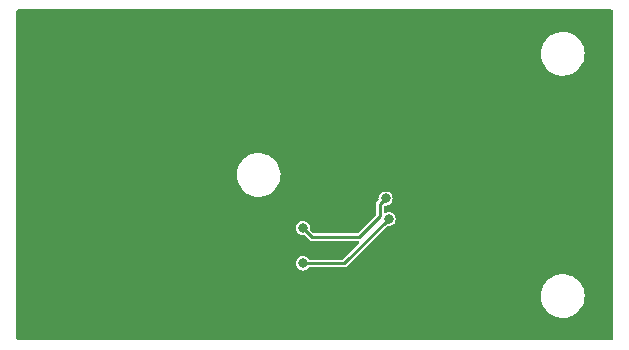
<source format=gbr>
%TF.GenerationSoftware,KiCad,Pcbnew,(6.0.4)*%
%TF.CreationDate,2022-10-31T11:49:10-04:00*%
%TF.ProjectId,switcher board,73776974-6368-4657-9220-626f6172642e,rev?*%
%TF.SameCoordinates,Original*%
%TF.FileFunction,Copper,L2,Bot*%
%TF.FilePolarity,Positive*%
%FSLAX46Y46*%
G04 Gerber Fmt 4.6, Leading zero omitted, Abs format (unit mm)*
G04 Created by KiCad (PCBNEW (6.0.4)) date 2022-10-31 11:49:10*
%MOMM*%
%LPD*%
G01*
G04 APERTURE LIST*
%TA.AperFunction,ViaPad*%
%ADD10C,0.800000*%
%TD*%
%TA.AperFunction,Conductor*%
%ADD11C,0.250000*%
%TD*%
G04 APERTURE END LIST*
D10*
%TO.N,GND*%
X151746634Y-91997651D03*
X151750000Y-93000000D03*
X150746634Y-91997651D03*
X150750000Y-93000000D03*
X149746634Y-91997651D03*
X149750000Y-93000000D03*
X149500000Y-108250000D03*
X150250000Y-107500000D03*
X148750000Y-107500000D03*
X149500000Y-106750000D03*
X148750000Y-93000000D03*
X148746634Y-91997651D03*
%TO.N,Net-(Q1-Pad4)*%
X165000000Y-104250000D03*
X157750000Y-108000000D03*
%TO.N,Net-(Q1-Pad2)*%
X164750000Y-102500000D03*
X157750000Y-105000000D03*
%TO.N,GND*%
X162000000Y-100250000D03*
X161000000Y-100250000D03*
X162000000Y-104500000D03*
X161000000Y-104500000D03*
X161500000Y-103750000D03*
X161996044Y-102995965D03*
X161000000Y-103000000D03*
X162000000Y-101750000D03*
X161000000Y-101750000D03*
X161500000Y-101000000D03*
%TD*%
D11*
%TO.N,Net-(Q1-Pad4)*%
X161250000Y-108000000D02*
X157750000Y-108000000D01*
X165000000Y-104250000D02*
X161250000Y-108000000D01*
%TO.N,Net-(Q1-Pad2)*%
X164275499Y-102974501D02*
X164750000Y-102500000D01*
X164275499Y-103974501D02*
X164275499Y-102974501D01*
X162500000Y-105750000D02*
X164275499Y-103974501D01*
X157750000Y-105000000D02*
X158500000Y-105750000D01*
X158500000Y-105750000D02*
X162500000Y-105750000D01*
%TD*%
%TA.AperFunction,Conductor*%
%TO.N,GND*%
G36*
X183942121Y-86520002D02*
G01*
X183988614Y-86573658D01*
X184000000Y-86626000D01*
X184000000Y-114374000D01*
X183979998Y-114442121D01*
X183926342Y-114488614D01*
X183874000Y-114500000D01*
X133626000Y-114500000D01*
X133557879Y-114479998D01*
X133511386Y-114426342D01*
X133500000Y-114374000D01*
X133500000Y-110792095D01*
X177895028Y-110792095D01*
X177920534Y-111059431D01*
X177984364Y-111320285D01*
X178085182Y-111569192D01*
X178220875Y-111800938D01*
X178223728Y-111804505D01*
X178335225Y-111943925D01*
X178388601Y-112010669D01*
X178584846Y-112193991D01*
X178677039Y-112257948D01*
X178801746Y-112344461D01*
X178801751Y-112344464D01*
X178805499Y-112347064D01*
X178809584Y-112349096D01*
X178809587Y-112349098D01*
X178925719Y-112406872D01*
X179045938Y-112466680D01*
X179050272Y-112468101D01*
X179050275Y-112468102D01*
X179296793Y-112548915D01*
X179296798Y-112548916D01*
X179301126Y-112550335D01*
X179305617Y-112551115D01*
X179305618Y-112551115D01*
X179561936Y-112595620D01*
X179561944Y-112595621D01*
X179565717Y-112596276D01*
X179569554Y-112596467D01*
X179648996Y-112600422D01*
X179649004Y-112600422D01*
X179650567Y-112600500D01*
X179818223Y-112600500D01*
X179820491Y-112600335D01*
X179820503Y-112600335D01*
X179950823Y-112590879D01*
X180017846Y-112586016D01*
X180022301Y-112585032D01*
X180022304Y-112585032D01*
X180275620Y-112529105D01*
X180275624Y-112529104D01*
X180280080Y-112528120D01*
X180447617Y-112464646D01*
X180526941Y-112434593D01*
X180526944Y-112434592D01*
X180531211Y-112432975D01*
X180765976Y-112302574D01*
X180908254Y-112193991D01*
X180975833Y-112142417D01*
X180975837Y-112142413D01*
X180979458Y-112139650D01*
X181167185Y-111947614D01*
X181325225Y-111730491D01*
X181412313Y-111564963D01*
X181448140Y-111496868D01*
X181448143Y-111496862D01*
X181450265Y-111492828D01*
X181509703Y-111324515D01*
X181538165Y-111243916D01*
X181538165Y-111243915D01*
X181539688Y-111239603D01*
X181591620Y-110976122D01*
X181591847Y-110971566D01*
X181604745Y-110712474D01*
X181604745Y-110712468D01*
X181604972Y-110707905D01*
X181579466Y-110440569D01*
X181515636Y-110179715D01*
X181414818Y-109930808D01*
X181279125Y-109699062D01*
X181168211Y-109560371D01*
X181114251Y-109492897D01*
X181114250Y-109492895D01*
X181111399Y-109489331D01*
X180915154Y-109306009D01*
X180755436Y-109195208D01*
X180698254Y-109155539D01*
X180698249Y-109155536D01*
X180694501Y-109152936D01*
X180690416Y-109150904D01*
X180690413Y-109150902D01*
X180518560Y-109065407D01*
X180454062Y-109033320D01*
X180449728Y-109031899D01*
X180449725Y-109031898D01*
X180203207Y-108951085D01*
X180203202Y-108951084D01*
X180198874Y-108949665D01*
X180194382Y-108948885D01*
X179938064Y-108904380D01*
X179938056Y-108904379D01*
X179934283Y-108903724D01*
X179925622Y-108903293D01*
X179851004Y-108899578D01*
X179850996Y-108899578D01*
X179849433Y-108899500D01*
X179681777Y-108899500D01*
X179679509Y-108899665D01*
X179679497Y-108899665D01*
X179549177Y-108909121D01*
X179482154Y-108913984D01*
X179477699Y-108914968D01*
X179477696Y-108914968D01*
X179224380Y-108970895D01*
X179224376Y-108970896D01*
X179219920Y-108971880D01*
X179094355Y-109019452D01*
X178973059Y-109065407D01*
X178973056Y-109065408D01*
X178968789Y-109067025D01*
X178734024Y-109197426D01*
X178730392Y-109200198D01*
X178524167Y-109357583D01*
X178524163Y-109357587D01*
X178520542Y-109360350D01*
X178332815Y-109552386D01*
X178174775Y-109769509D01*
X178172651Y-109773547D01*
X178051860Y-110003132D01*
X178051857Y-110003138D01*
X178049735Y-110007172D01*
X178048215Y-110011477D01*
X178048213Y-110011481D01*
X177988804Y-110179715D01*
X177960312Y-110260397D01*
X177908380Y-110523878D01*
X177908153Y-110528431D01*
X177908153Y-110528434D01*
X177898992Y-110712474D01*
X177895028Y-110792095D01*
X133500000Y-110792095D01*
X133500000Y-108000000D01*
X157144318Y-108000000D01*
X157164956Y-108156762D01*
X157225464Y-108302841D01*
X157321718Y-108428282D01*
X157447159Y-108524536D01*
X157593238Y-108585044D01*
X157750000Y-108605682D01*
X157758188Y-108604604D01*
X157898574Y-108586122D01*
X157906762Y-108585044D01*
X158052841Y-108524536D01*
X158178282Y-108428282D01*
X158219323Y-108374796D01*
X158276661Y-108332929D01*
X158319286Y-108325500D01*
X161230290Y-108325500D01*
X161241272Y-108325980D01*
X161267820Y-108328303D01*
X161267822Y-108328303D01*
X161278807Y-108329264D01*
X161315215Y-108319508D01*
X161325942Y-108317130D01*
X161329301Y-108316538D01*
X161363045Y-108310588D01*
X161372590Y-108305077D01*
X161375866Y-108303885D01*
X161379034Y-108302408D01*
X161389684Y-108299554D01*
X161420544Y-108277945D01*
X161429815Y-108272039D01*
X161452906Y-108258707D01*
X161462455Y-108253194D01*
X161486685Y-108224317D01*
X161494111Y-108216215D01*
X164827617Y-104882709D01*
X164889929Y-104848683D01*
X164933157Y-104846882D01*
X165000000Y-104855682D01*
X165008188Y-104854604D01*
X165148574Y-104836122D01*
X165156762Y-104835044D01*
X165302841Y-104774536D01*
X165428282Y-104678282D01*
X165524536Y-104552841D01*
X165585044Y-104406762D01*
X165605682Y-104250000D01*
X165585044Y-104093238D01*
X165524536Y-103947159D01*
X165428282Y-103821718D01*
X165302841Y-103725464D01*
X165156762Y-103664956D01*
X165000000Y-103644318D01*
X164843238Y-103664956D01*
X164835611Y-103668115D01*
X164835608Y-103668116D01*
X164775217Y-103693131D01*
X164704627Y-103700720D01*
X164641140Y-103668940D01*
X164604913Y-103607882D01*
X164600999Y-103576722D01*
X164600999Y-103229741D01*
X164621001Y-103161620D01*
X164674657Y-103115127D01*
X164733554Y-103106301D01*
X164733554Y-103104604D01*
X164741812Y-103104604D01*
X164750000Y-103105682D01*
X164758188Y-103104604D01*
X164898574Y-103086122D01*
X164906762Y-103085044D01*
X165052841Y-103024536D01*
X165178282Y-102928282D01*
X165274536Y-102802841D01*
X165335044Y-102656762D01*
X165355682Y-102500000D01*
X165335044Y-102343238D01*
X165274536Y-102197159D01*
X165178282Y-102071718D01*
X165052841Y-101975464D01*
X164906762Y-101914956D01*
X164750000Y-101894318D01*
X164593238Y-101914956D01*
X164447159Y-101975464D01*
X164321718Y-102071718D01*
X164225464Y-102197159D01*
X164164956Y-102343238D01*
X164144318Y-102500000D01*
X164145396Y-102508188D01*
X164153118Y-102566842D01*
X164142179Y-102636990D01*
X164117291Y-102672383D01*
X164059284Y-102730390D01*
X164051180Y-102737817D01*
X164022305Y-102762046D01*
X164016792Y-102771595D01*
X164003460Y-102794686D01*
X163997554Y-102803957D01*
X163975945Y-102834817D01*
X163973091Y-102845467D01*
X163971614Y-102848635D01*
X163970422Y-102851911D01*
X163964911Y-102861456D01*
X163958961Y-102895200D01*
X163958369Y-102898559D01*
X163955991Y-102909286D01*
X163946235Y-102945694D01*
X163947196Y-102956679D01*
X163947196Y-102956681D01*
X163949519Y-102983229D01*
X163949999Y-102994211D01*
X163949999Y-103787485D01*
X163929997Y-103855606D01*
X163913094Y-103876580D01*
X162402079Y-105387595D01*
X162339767Y-105421621D01*
X162312984Y-105424500D01*
X158687017Y-105424500D01*
X158618896Y-105404498D01*
X158597922Y-105387595D01*
X158382709Y-105172382D01*
X158348683Y-105110070D01*
X158346882Y-105066840D01*
X158354604Y-105008187D01*
X158355682Y-105000000D01*
X158335044Y-104843238D01*
X158274536Y-104697159D01*
X158178282Y-104571718D01*
X158052841Y-104475464D01*
X157906762Y-104414956D01*
X157750000Y-104394318D01*
X157593238Y-104414956D01*
X157447159Y-104475464D01*
X157321718Y-104571718D01*
X157225464Y-104697159D01*
X157164956Y-104843238D01*
X157144318Y-105000000D01*
X157164956Y-105156762D01*
X157225464Y-105302841D01*
X157321718Y-105428282D01*
X157447159Y-105524536D01*
X157593238Y-105585044D01*
X157750000Y-105605682D01*
X157816841Y-105596882D01*
X157886989Y-105607821D01*
X157922382Y-105632709D01*
X158255895Y-105966222D01*
X158263321Y-105974325D01*
X158287545Y-106003194D01*
X158297088Y-106008704D01*
X158297092Y-106008707D01*
X158320179Y-106022036D01*
X158329448Y-106027940D01*
X158360316Y-106049554D01*
X158370964Y-106052407D01*
X158374135Y-106053886D01*
X158377411Y-106055078D01*
X158386955Y-106060588D01*
X158424076Y-106067134D01*
X158434783Y-106069508D01*
X158471193Y-106079263D01*
X158482168Y-106078303D01*
X158482170Y-106078303D01*
X158508731Y-106075979D01*
X158519712Y-106075500D01*
X162409984Y-106075500D01*
X162478105Y-106095502D01*
X162524598Y-106149158D01*
X162534702Y-106219432D01*
X162505208Y-106284012D01*
X162499079Y-106290595D01*
X161152079Y-107637595D01*
X161089767Y-107671621D01*
X161062984Y-107674500D01*
X158319286Y-107674500D01*
X158251165Y-107654498D01*
X158219323Y-107625204D01*
X158183305Y-107578264D01*
X158178282Y-107571718D01*
X158052841Y-107475464D01*
X157906762Y-107414956D01*
X157750000Y-107394318D01*
X157593238Y-107414956D01*
X157447159Y-107475464D01*
X157321718Y-107571718D01*
X157225464Y-107697159D01*
X157164956Y-107843238D01*
X157144318Y-108000000D01*
X133500000Y-108000000D01*
X133500000Y-100542095D01*
X152145028Y-100542095D01*
X152170534Y-100809431D01*
X152234364Y-101070285D01*
X152335182Y-101319192D01*
X152470875Y-101550938D01*
X152473728Y-101554505D01*
X152585225Y-101693925D01*
X152638601Y-101760669D01*
X152834846Y-101943991D01*
X152927039Y-102007948D01*
X153051746Y-102094461D01*
X153051751Y-102094464D01*
X153055499Y-102097064D01*
X153059584Y-102099096D01*
X153059587Y-102099098D01*
X153175719Y-102156872D01*
X153295938Y-102216680D01*
X153300272Y-102218101D01*
X153300275Y-102218102D01*
X153546793Y-102298915D01*
X153546798Y-102298916D01*
X153551126Y-102300335D01*
X153555617Y-102301115D01*
X153555618Y-102301115D01*
X153811936Y-102345620D01*
X153811944Y-102345621D01*
X153815717Y-102346276D01*
X153819554Y-102346467D01*
X153898996Y-102350422D01*
X153899004Y-102350422D01*
X153900567Y-102350500D01*
X154068223Y-102350500D01*
X154070491Y-102350335D01*
X154070503Y-102350335D01*
X154200823Y-102340879D01*
X154267846Y-102336016D01*
X154272301Y-102335032D01*
X154272304Y-102335032D01*
X154525620Y-102279105D01*
X154525624Y-102279104D01*
X154530080Y-102278120D01*
X154743773Y-102197159D01*
X154776941Y-102184593D01*
X154776944Y-102184592D01*
X154781211Y-102182975D01*
X154946841Y-102090975D01*
X155011983Y-102054792D01*
X155011984Y-102054792D01*
X155015976Y-102052574D01*
X155158254Y-101943991D01*
X155225833Y-101892417D01*
X155225837Y-101892413D01*
X155229458Y-101889650D01*
X155417185Y-101697614D01*
X155575225Y-101480491D01*
X155662313Y-101314963D01*
X155698140Y-101246868D01*
X155698143Y-101246862D01*
X155700265Y-101242828D01*
X155759703Y-101074515D01*
X155788165Y-100993916D01*
X155788165Y-100993915D01*
X155789688Y-100989603D01*
X155841620Y-100726122D01*
X155841847Y-100721566D01*
X155854745Y-100462474D01*
X155854745Y-100462468D01*
X155854972Y-100457905D01*
X155829466Y-100190569D01*
X155765636Y-99929715D01*
X155664818Y-99680808D01*
X155529125Y-99449062D01*
X155418211Y-99310371D01*
X155364251Y-99242897D01*
X155364250Y-99242895D01*
X155361399Y-99239331D01*
X155165154Y-99056009D01*
X155005436Y-98945208D01*
X154948254Y-98905539D01*
X154948249Y-98905536D01*
X154944501Y-98902936D01*
X154940416Y-98900904D01*
X154940413Y-98900902D01*
X154768560Y-98815407D01*
X154704062Y-98783320D01*
X154699728Y-98781899D01*
X154699725Y-98781898D01*
X154453207Y-98701085D01*
X154453202Y-98701084D01*
X154448874Y-98699665D01*
X154444382Y-98698885D01*
X154188064Y-98654380D01*
X154188056Y-98654379D01*
X154184283Y-98653724D01*
X154175622Y-98653293D01*
X154101004Y-98649578D01*
X154100996Y-98649578D01*
X154099433Y-98649500D01*
X153931777Y-98649500D01*
X153929509Y-98649665D01*
X153929497Y-98649665D01*
X153799177Y-98659121D01*
X153732154Y-98663984D01*
X153727699Y-98664968D01*
X153727696Y-98664968D01*
X153474380Y-98720895D01*
X153474376Y-98720896D01*
X153469920Y-98721880D01*
X153344354Y-98769453D01*
X153223059Y-98815407D01*
X153223056Y-98815408D01*
X153218789Y-98817025D01*
X152984024Y-98947426D01*
X152980392Y-98950198D01*
X152774167Y-99107583D01*
X152774163Y-99107587D01*
X152770542Y-99110350D01*
X152582815Y-99302386D01*
X152424775Y-99519509D01*
X152422651Y-99523547D01*
X152301860Y-99753132D01*
X152301857Y-99753138D01*
X152299735Y-99757172D01*
X152298215Y-99761477D01*
X152298213Y-99761481D01*
X152238804Y-99929715D01*
X152210312Y-100010397D01*
X152158380Y-100273878D01*
X152158153Y-100278431D01*
X152158153Y-100278434D01*
X152148992Y-100462474D01*
X152145028Y-100542095D01*
X133500000Y-100542095D01*
X133500000Y-90292095D01*
X177895028Y-90292095D01*
X177920534Y-90559431D01*
X177984364Y-90820285D01*
X178085182Y-91069192D01*
X178220875Y-91300938D01*
X178223728Y-91304505D01*
X178335225Y-91443925D01*
X178388601Y-91510669D01*
X178584846Y-91693991D01*
X178677039Y-91757948D01*
X178801746Y-91844461D01*
X178801751Y-91844464D01*
X178805499Y-91847064D01*
X178809584Y-91849096D01*
X178809587Y-91849098D01*
X178925719Y-91906872D01*
X179045938Y-91966680D01*
X179050272Y-91968101D01*
X179050275Y-91968102D01*
X179296793Y-92048915D01*
X179296798Y-92048916D01*
X179301126Y-92050335D01*
X179305617Y-92051115D01*
X179305618Y-92051115D01*
X179561936Y-92095620D01*
X179561944Y-92095621D01*
X179565717Y-92096276D01*
X179569554Y-92096467D01*
X179648996Y-92100422D01*
X179649004Y-92100422D01*
X179650567Y-92100500D01*
X179818223Y-92100500D01*
X179820491Y-92100335D01*
X179820503Y-92100335D01*
X179950823Y-92090879D01*
X180017846Y-92086016D01*
X180022301Y-92085032D01*
X180022304Y-92085032D01*
X180275620Y-92029105D01*
X180275624Y-92029104D01*
X180280080Y-92028120D01*
X180447617Y-91964646D01*
X180526941Y-91934593D01*
X180526944Y-91934592D01*
X180531211Y-91932975D01*
X180765976Y-91802574D01*
X180908254Y-91693991D01*
X180975833Y-91642417D01*
X180975837Y-91642413D01*
X180979458Y-91639650D01*
X181167185Y-91447614D01*
X181325225Y-91230491D01*
X181412313Y-91064963D01*
X181448140Y-90996868D01*
X181448143Y-90996862D01*
X181450265Y-90992828D01*
X181509703Y-90824515D01*
X181538165Y-90743916D01*
X181538165Y-90743915D01*
X181539688Y-90739603D01*
X181591620Y-90476122D01*
X181591847Y-90471566D01*
X181604745Y-90212474D01*
X181604745Y-90212468D01*
X181604972Y-90207905D01*
X181579466Y-89940569D01*
X181515636Y-89679715D01*
X181414818Y-89430808D01*
X181279125Y-89199062D01*
X181168211Y-89060371D01*
X181114251Y-88992897D01*
X181114250Y-88992895D01*
X181111399Y-88989331D01*
X180915154Y-88806009D01*
X180755436Y-88695208D01*
X180698254Y-88655539D01*
X180698249Y-88655536D01*
X180694501Y-88652936D01*
X180690416Y-88650904D01*
X180690413Y-88650902D01*
X180518560Y-88565407D01*
X180454062Y-88533320D01*
X180449728Y-88531899D01*
X180449725Y-88531898D01*
X180203207Y-88451085D01*
X180203202Y-88451084D01*
X180198874Y-88449665D01*
X180194382Y-88448885D01*
X179938064Y-88404380D01*
X179938056Y-88404379D01*
X179934283Y-88403724D01*
X179925622Y-88403293D01*
X179851004Y-88399578D01*
X179850996Y-88399578D01*
X179849433Y-88399500D01*
X179681777Y-88399500D01*
X179679509Y-88399665D01*
X179679497Y-88399665D01*
X179549177Y-88409121D01*
X179482154Y-88413984D01*
X179477699Y-88414968D01*
X179477696Y-88414968D01*
X179224380Y-88470895D01*
X179224376Y-88470896D01*
X179219920Y-88471880D01*
X179094355Y-88519452D01*
X178973059Y-88565407D01*
X178973056Y-88565408D01*
X178968789Y-88567025D01*
X178734024Y-88697426D01*
X178730392Y-88700198D01*
X178524167Y-88857583D01*
X178524163Y-88857587D01*
X178520542Y-88860350D01*
X178332815Y-89052386D01*
X178174775Y-89269509D01*
X178172651Y-89273547D01*
X178051860Y-89503132D01*
X178051857Y-89503138D01*
X178049735Y-89507172D01*
X178048215Y-89511477D01*
X178048213Y-89511481D01*
X177988804Y-89679715D01*
X177960312Y-89760397D01*
X177908380Y-90023878D01*
X177908153Y-90028431D01*
X177908153Y-90028434D01*
X177898992Y-90212474D01*
X177895028Y-90292095D01*
X133500000Y-90292095D01*
X133500000Y-86626000D01*
X133520002Y-86557879D01*
X133573658Y-86511386D01*
X133626000Y-86500000D01*
X183874000Y-86500000D01*
X183942121Y-86520002D01*
G37*
%TD.AperFunction*%
%TD*%
M02*

</source>
